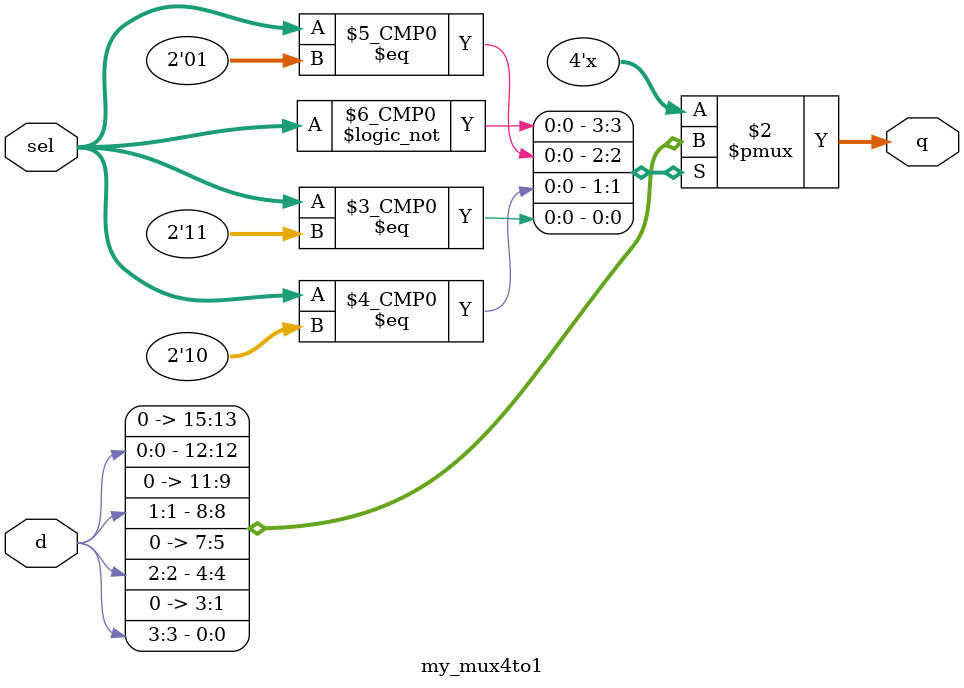
<source format=v>
module shift8 (
    input clk,
    input [7:0] d,
    input [1:0] sel,
    output reg [7:0] q
);

    
    reg [7:0] q1, q2, q3;

    
    reg [1:0] sel_reg;

    
    reg [7:0] shift_reg [2:0];

    
    always @(posedge clk) begin
        q1 <= d;
        q2 <= q1;
        q3 <= q2;
    end

    
    always @(posedge clk) begin
        shift_reg[0] <= q1;
        shift_reg[1] <= shift_reg[0];
        shift_reg[2] <= shift_reg[1];
    end

    
    always @(posedge clk) begin
        sel_reg <= sel;
    end

    
    always @(posedge clk) begin
        case (sel_reg)
            2'b00: q <= shift_reg[0];
            2'b01: q <= shift_reg[1];
            2'b10: q <= shift_reg[2];
            2'b11: q <= d;
            default: q <= 8'b0;
        endcase
    end
endmodule


module my_dff8 (
    input clk,
    input [7:0] d,
    output reg [7:0] q
);

    always @(posedge clk) begin
        q <= d;
    end

endmodule


module my_mux4to1 (
    input [1:0] sel,
    input [3:0] d,
    output reg [3:0] q
);

    always @(*) begin
        case (sel)
            2'b00: q <= d[0];
            2'b01: q <= d[1];
            2'b10: q <= d[2];
            2'b11: q <= d[3];
            default: q <= 4'b0;
        endcase
    end

endmodule
</source>
